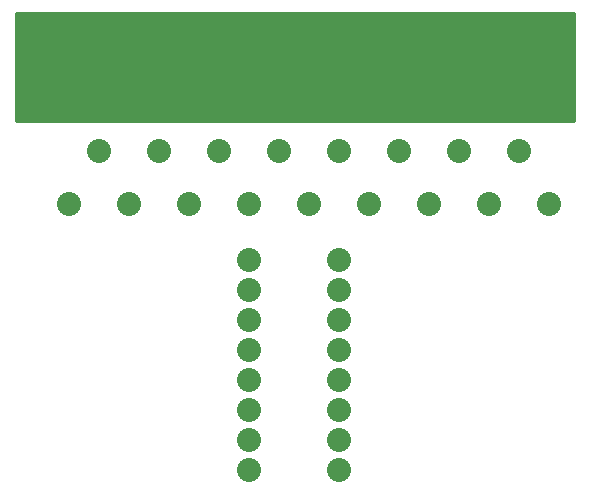
<source format=gbs>
%FSTAX24Y24*%
%MOIN*%
%IN card16drill..gbs *%
%ADD10C,0.0100*%
%ADD11C,0.0800*%
D11*X011535Y005662D03*X008535Y011662D03*Y010662D03*Y009662D03*
Y008662D03*Y007662D03*Y006662D03*Y005662D03*X011535Y006662D03*
Y007662D03*Y008662D03*Y009662D03*Y010662D03*Y011662D03*Y012662D03*
X008535D03*X018535Y014537D03*X016535D03*X014535D03*X012535D03*
X010535D03*X008535D03*X006535D03*X004535D03*X002535D03*
X003535Y016287D03*X005535D03*X007535D03*X009535D03*X011535D03*
X013535D03*X015535D03*X017535D03*D10*X00076Y017287D02*G01X01936D01*
X00076Y017337D02*X01936D01*X00076Y017386D02*X01936D01*X00076Y017435D02*
X01936D01*X00076Y017485D02*X01936D01*X00076Y017534D02*X01936D01*
X00076Y017583D02*X01936D01*X00076Y017633D02*X01936D01*X00076Y017682D02*
X01936D01*X00076Y017731D02*X01936D01*X00076Y01778D02*X01936D01*
X00076Y01783D02*X01936D01*X00076Y017879D02*X01936D01*X00076Y017928D02*
X01936D01*X00076Y017978D02*X01936D01*X00076Y018027D02*X01936D01*
X00076Y018076D02*X01936D01*X00076Y018126D02*X01936D01*X00076Y018175D02*
X01936D01*X00076Y018224D02*X01936D01*X00076Y018274D02*X01936D01*
X00076Y018323D02*X01936D01*X00076Y018372D02*X01936D01*X00076Y018422D02*
X01936D01*X00076Y018471D02*X01936D01*X00076Y01852D02*X01936D01*
X00076Y01857D02*X01936D01*X00076Y018619D02*X01936D01*X00076Y018668D02*
X01936D01*X00076Y018717D02*X01936D01*X00076Y018767D02*X01936D01*
X00076Y018816D02*X01936D01*X00076Y018865D02*X01936D01*X00076Y018915D02*
X01936D01*X00076Y018964D02*X01936D01*X00076Y019013D02*X01936D01*
X00076Y019063D02*X01936D01*X00076Y019112D02*X01936D01*X00076Y019161D02*
X01936D01*X00076Y019211D02*X01936D01*X00076Y01926D02*X01936D01*
X00076Y019309D02*X01936D01*X00076Y019359D02*X01936D01*X00076Y019408D02*
X01936D01*X00076Y019457D02*X01936D01*X00076Y019507D02*X01936D01*
X00076Y019556D02*X01936D01*X00076Y019605D02*X01936D01*X00076Y019654D02*
X01936D01*X00076Y019704D02*X01936D01*X00076Y019753D02*X01936D01*
X00076Y019802D02*X01936D01*X00076Y019852D02*X01936D01*X00076Y019901D02*
X01936D01*X00076Y01995D02*X01936D01*X00076Y02D02*X01936D01*
X00076Y020049D02*X01936D01*X00076Y020098D02*X01936D01*X00076Y020148D02*
X01936D01*X00076Y020197D02*X01936D01*X00076Y020246D02*X01936D01*
X00076Y020296D02*X01936D01*X00076Y020345D02*X01936D01*X00076Y020394D02*
X01936D01*X00076Y020444D02*X01936D01*X00076Y020493D02*X01936D01*
X00076Y020542D02*X01936D01*X00076Y020591D02*X01936D01*X00076Y020641D02*
X01936D01*X00076Y02069D02*X01936D01*X00076Y020739D02*X01936D01*
X00076Y020789D02*X01936D01*X00076Y020838D02*X01936D01*X01006Y017287D02*
X01936D01*Y020887D01*X00076D01*Y017287D01*X01006D01*
M02*
</source>
